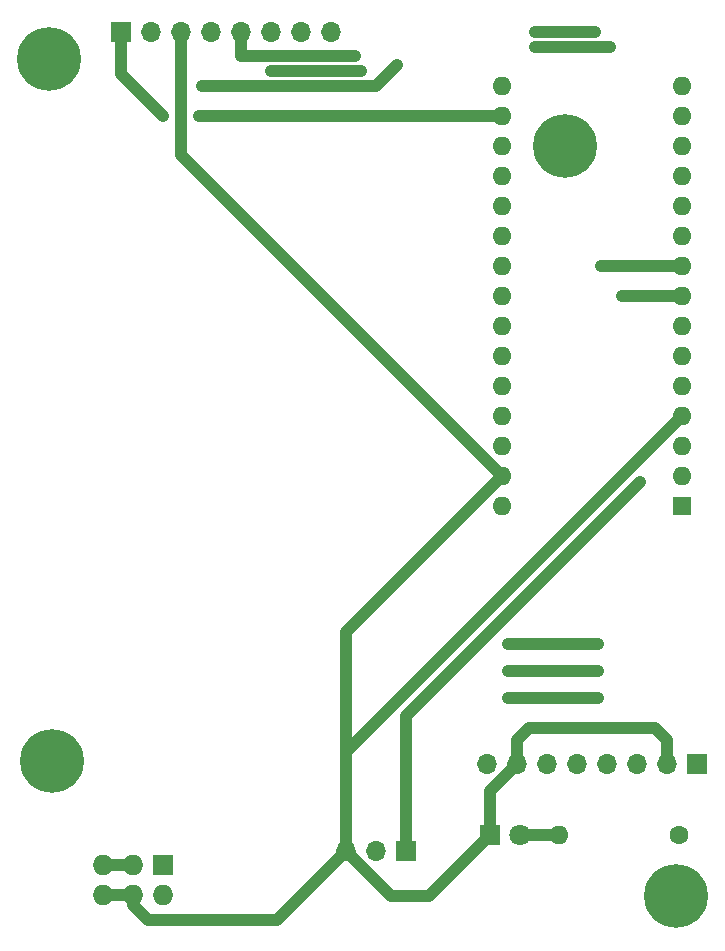
<source format=gtl>
G04 #@! TF.FileFunction,Copper,L1,Top,Signal*
%FSLAX46Y46*%
G04 Gerber Fmt 4.6, Leading zero omitted, Abs format (unit mm)*
G04 Created by KiCad (PCBNEW 4.0.7) date Mon Dec 24 01:26:40 2018*
%MOMM*%
%LPD*%
G01*
G04 APERTURE LIST*
%ADD10C,0.100000*%
%ADD11R,1.600000X1.600000*%
%ADD12O,1.600000X1.600000*%
%ADD13R,1.800000X1.800000*%
%ADD14C,1.800000*%
%ADD15R,1.727200X1.727200*%
%ADD16O,1.727200X1.727200*%
%ADD17R,1.700000X1.700000*%
%ADD18O,1.700000X1.700000*%
%ADD19C,1.600000*%
%ADD20C,5.400000*%
%ADD21C,0.600000*%
%ADD22C,1.000000*%
G04 APERTURE END LIST*
D10*
D11*
X91440000Y-71120000D03*
D12*
X76200000Y-38100000D03*
X91440000Y-68580000D03*
X76200000Y-40640000D03*
X91440000Y-66040000D03*
X76200000Y-43180000D03*
X91440000Y-63500000D03*
X76200000Y-45720000D03*
X91440000Y-60960000D03*
X76200000Y-48260000D03*
X91440000Y-58420000D03*
X76200000Y-50800000D03*
X91440000Y-55880000D03*
X76200000Y-53340000D03*
X91440000Y-53340000D03*
X76200000Y-55880000D03*
X91440000Y-50800000D03*
X76200000Y-58420000D03*
X91440000Y-48260000D03*
X76200000Y-60960000D03*
X91440000Y-45720000D03*
X76200000Y-63500000D03*
X91440000Y-43180000D03*
X76200000Y-66040000D03*
X91440000Y-40640000D03*
X76200000Y-68580000D03*
X91440000Y-38100000D03*
X76200000Y-71120000D03*
X91440000Y-35560000D03*
X76200000Y-35560000D03*
D13*
X75190000Y-98952000D03*
D14*
X77730000Y-98952000D03*
D15*
X47444000Y-101492000D03*
D16*
X47444000Y-104032000D03*
X44904000Y-101492000D03*
X44904000Y-104032000D03*
X42364000Y-101492000D03*
X42364000Y-104032000D03*
D17*
X92710000Y-92964000D03*
D18*
X90170000Y-92964000D03*
X87630000Y-92964000D03*
X85090000Y-92964000D03*
X82550000Y-92964000D03*
X80010000Y-92964000D03*
X77470000Y-92964000D03*
X74930000Y-92964000D03*
D17*
X43942000Y-30988000D03*
D18*
X46482000Y-30988000D03*
X49022000Y-30988000D03*
X51562000Y-30988000D03*
X54102000Y-30988000D03*
X56642000Y-30988000D03*
X59182000Y-30988000D03*
X61722000Y-30988000D03*
D17*
X68072000Y-100330000D03*
D18*
X65532000Y-100330000D03*
X62992000Y-100330000D03*
D19*
X91190000Y-98952000D03*
D12*
X81030000Y-98952000D03*
D20*
X90932000Y-104140000D03*
X38100000Y-92710000D03*
X37846000Y-33274000D03*
X81534000Y-40640000D03*
D21*
X47498000Y-38100000D03*
X50546000Y-38100000D03*
X86360000Y-53340000D03*
X84328000Y-85090000D03*
X76708000Y-85090000D03*
X84582000Y-50800000D03*
X84328000Y-82804000D03*
X76708000Y-82804000D03*
X84328000Y-87376000D03*
X76708000Y-87376000D03*
X87884000Y-69088000D03*
X67310000Y-33782000D03*
X50800000Y-35560000D03*
X85344000Y-32258000D03*
X78994000Y-32188002D03*
X64262000Y-34290000D03*
X56642000Y-34290000D03*
X84074000Y-30988000D03*
X78994000Y-30988000D03*
X63754000Y-33020000D03*
D22*
X76200000Y-38100000D02*
X50546000Y-38100000D01*
X43942000Y-34544000D02*
X43942000Y-30988000D01*
X47498000Y-38100000D02*
X43942000Y-34544000D01*
X49022000Y-30988000D02*
X49022000Y-41402000D01*
X49022000Y-41402000D02*
X76200000Y-68580000D01*
X90170000Y-92964000D02*
X90170000Y-90932000D01*
X77470000Y-90932000D02*
X77470000Y-92964000D01*
X78486000Y-89916000D02*
X77470000Y-90932000D01*
X89154000Y-89916000D02*
X78486000Y-89916000D01*
X90170000Y-90932000D02*
X89154000Y-89916000D01*
X62992000Y-91948000D02*
X62992000Y-81788000D01*
X62992000Y-81788000D02*
X76200000Y-68580000D01*
X62992000Y-100330000D02*
X62992000Y-91948000D01*
X62992000Y-91948000D02*
X91440000Y-63500000D01*
X75190000Y-98952000D02*
X75190000Y-95244000D01*
X75190000Y-95244000D02*
X77470000Y-92964000D01*
X62992000Y-100330000D02*
X66802000Y-104140000D01*
X70002000Y-104140000D02*
X75190000Y-98952000D01*
X66802000Y-104140000D02*
X70002000Y-104140000D01*
X44904000Y-104032000D02*
X44904000Y-104848000D01*
X44904000Y-104848000D02*
X46228000Y-106172000D01*
X57150000Y-106172000D02*
X62992000Y-100330000D01*
X46228000Y-106172000D02*
X57150000Y-106172000D01*
X42364000Y-104032000D02*
X44904000Y-104032000D01*
X86360000Y-53340000D02*
X91440000Y-53340000D01*
X76708000Y-85090000D02*
X84328000Y-85090000D01*
X84582000Y-50800000D02*
X91440000Y-50800000D01*
X76708000Y-82804000D02*
X84328000Y-82804000D01*
X76708000Y-87376000D02*
X84328000Y-87376000D01*
X68072000Y-100330000D02*
X68072000Y-88900000D01*
X68072000Y-88900000D02*
X87884000Y-69088000D01*
X67310000Y-33782000D02*
X65532000Y-35560000D01*
X65532000Y-35560000D02*
X50800000Y-35560000D01*
X85344000Y-32258000D02*
X85274002Y-32188002D01*
X85274002Y-32188002D02*
X78994000Y-32188002D01*
X64262000Y-34290000D02*
X56642000Y-34290000D01*
X42364000Y-101492000D02*
X44904000Y-101492000D01*
X84074000Y-30988000D02*
X78994000Y-30988000D01*
X63754000Y-33020000D02*
X54102000Y-33020000D01*
X54102000Y-33020000D02*
X54102000Y-30988000D01*
X77730000Y-98952000D02*
X81030000Y-98952000D01*
M02*

</source>
